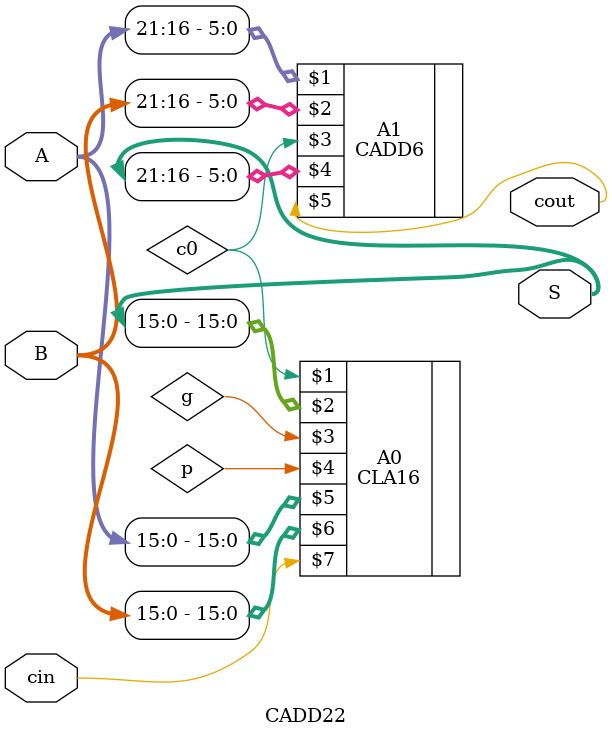
<source format=v>
module CADD22 (A,B,cin,S,cout);

input [21:0] A,B;
input cin;
output [21:0] S;
output cout;
wire c0,c01;

CLA16 A0 (c0,S[15:0],g,p,A[15:0],B[15:0],cin);
CADD6 A1 (A[21:16],B[21:16],c0,S[21:16],cout);

endmodule 
</source>
